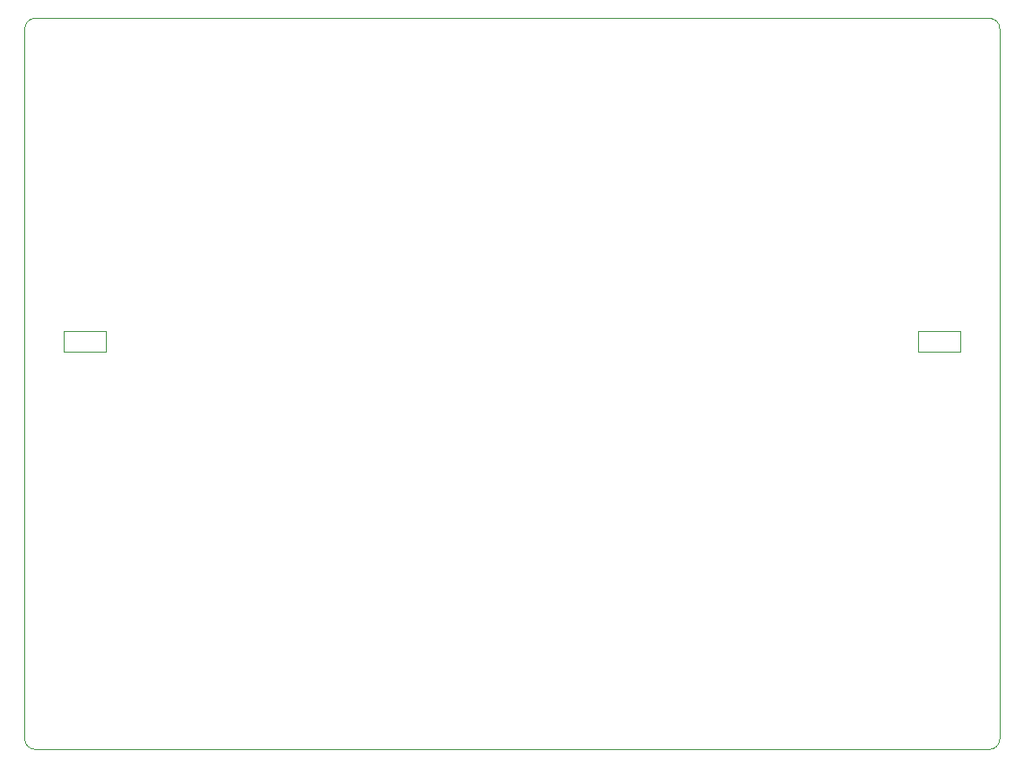
<source format=gbr>
%TF.GenerationSoftware,KiCad,Pcbnew,(6.0.2)*%
%TF.CreationDate,2022-03-15T14:17:51+03:00*%
%TF.ProjectId,kinesis-80,6b696e65-7369-4732-9d38-302e6b696361,rev?*%
%TF.SameCoordinates,Original*%
%TF.FileFunction,Profile,NP*%
%FSLAX46Y46*%
G04 Gerber Fmt 4.6, Leading zero omitted, Abs format (unit mm)*
G04 Created by KiCad (PCBNEW (6.0.2)) date 2022-03-15 14:17:51*
%MOMM*%
%LPD*%
G01*
G04 APERTURE LIST*
%TA.AperFunction,Profile*%
%ADD10C,0.050000*%
%TD*%
G04 APERTURE END LIST*
D10*
X96000000Y-136000000D02*
X96000000Y-69000000D01*
X184300000Y-99500000D02*
X182300000Y-99500000D01*
X99700000Y-99500000D02*
X101700000Y-99500000D01*
X188000000Y-69000000D02*
G75*
G03*
X187000000Y-68000000I-999999J1D01*
G01*
X187000000Y-137000000D02*
G75*
G03*
X188000000Y-136000000I1J999999D01*
G01*
X96000000Y-136000000D02*
G75*
G03*
X97000000Y-137000000I999999J-1D01*
G01*
X103700000Y-99500000D02*
X103700000Y-97500000D01*
X97000000Y-68000000D02*
X187000000Y-68000000D01*
X180300000Y-97500000D02*
X184300000Y-97500000D01*
X103700000Y-97500000D02*
X99700000Y-97500000D01*
X188000000Y-69000000D02*
X188000000Y-136000000D01*
X184300000Y-97500000D02*
X184300000Y-99500000D01*
X180300000Y-99500000D02*
X180300000Y-97500000D01*
X97000000Y-68000000D02*
G75*
G03*
X96000000Y-69000000I-1J-999999D01*
G01*
X182300000Y-99500000D02*
X180300000Y-99500000D01*
X99700000Y-97500000D02*
X99700000Y-99500000D01*
X187000000Y-137000000D02*
X97000000Y-137000000D01*
X101700000Y-99500000D02*
X103700000Y-99500000D01*
M02*

</source>
